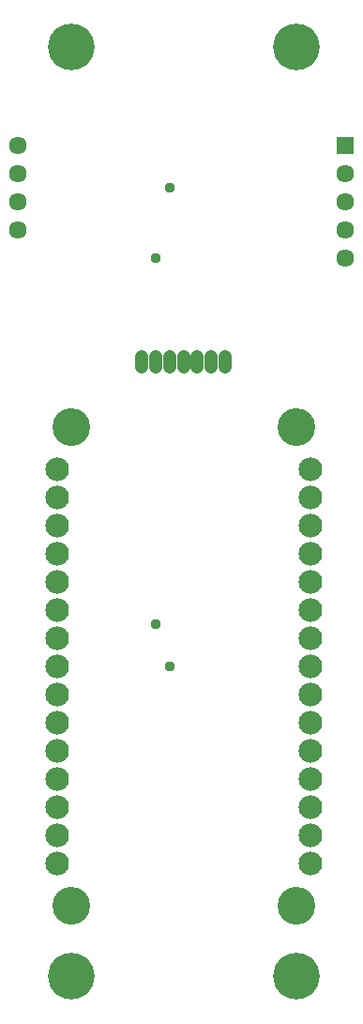
<source format=gbs>
G75*
%MOIN*%
%OFA0B0*%
%FSLAX25Y25*%
%IPPOS*%
%LPD*%
%AMOC8*
5,1,8,0,0,1.08239X$1,22.5*
%
%ADD10C,0.16548*%
%ADD11C,0.08400*%
%ADD12C,0.13398*%
%ADD13R,0.06343X0.06343*%
%ADD14C,0.06343*%
%ADD15C,0.04769*%
%ADD16C,0.03778*%
D10*
X0028500Y0016500D03*
X0108500Y0016500D03*
X0108500Y0346500D03*
X0028500Y0346500D03*
D11*
X0023500Y0056500D03*
X0023500Y0066500D03*
X0023500Y0076500D03*
X0023500Y0086500D03*
X0023500Y0096500D03*
X0023500Y0106500D03*
X0023500Y0116500D03*
X0023500Y0126500D03*
X0023500Y0136500D03*
X0023500Y0146500D03*
X0023500Y0156500D03*
X0023500Y0166500D03*
X0023500Y0176500D03*
X0023500Y0186500D03*
X0023500Y0196500D03*
X0113500Y0196500D03*
X0113500Y0186500D03*
X0113500Y0176500D03*
X0113500Y0166500D03*
X0113500Y0156500D03*
X0113500Y0146500D03*
X0113500Y0136500D03*
X0113500Y0126500D03*
X0113500Y0116500D03*
X0113500Y0106500D03*
X0113500Y0096500D03*
X0113500Y0086500D03*
X0113500Y0076500D03*
X0113500Y0066500D03*
X0113500Y0056500D03*
D12*
X0108500Y0041500D03*
X0108500Y0211500D03*
X0028500Y0211500D03*
X0028500Y0041500D03*
D13*
X0126000Y0311500D03*
D14*
X0126000Y0301500D03*
X0126000Y0291500D03*
X0126000Y0281500D03*
X0126000Y0271500D03*
X0009500Y0281500D03*
X0009500Y0291500D03*
X0009500Y0301500D03*
X0009500Y0311500D03*
D15*
X0053736Y0236713D02*
X0053736Y0232744D01*
X0058657Y0232744D02*
X0058657Y0236713D01*
X0063579Y0236713D02*
X0063579Y0232744D01*
X0068500Y0232744D02*
X0068500Y0236713D01*
X0073421Y0236713D02*
X0073421Y0232744D01*
X0078343Y0232744D02*
X0078343Y0236713D01*
X0083264Y0236713D02*
X0083264Y0232744D01*
D16*
X0063500Y0296500D03*
X0058500Y0271500D03*
X0058500Y0141500D03*
X0063500Y0126500D03*
M02*

</source>
